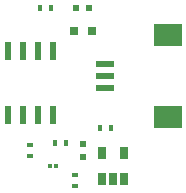
<source format=gts>
G04 #@! TF.FileFunction,Soldermask,Top*
%FSLAX46Y46*%
G04 Gerber Fmt 4.6, Leading zero omitted, Abs format (unit mm)*
G04 Created by KiCad (PCBNEW 4.0.1-3.201512221402+6198~38~ubuntu14.04.1-stable) date Sun Jan  3 21:03:05 2016*
%MOMM*%
G01*
G04 APERTURE LIST*
%ADD10C,0.150000*%
%ADD11R,0.300000X0.350000*%
%ADD12R,0.500000X0.600000*%
%ADD13R,0.600000X0.500000*%
%ADD14R,0.800000X0.750000*%
%ADD15R,2.400000X1.900000*%
%ADD16R,1.640000X0.600000*%
%ADD17R,0.600000X0.400000*%
%ADD18R,0.400000X0.600000*%
%ADD19R,0.650000X1.060000*%
%ADD20R,0.600000X1.550000*%
G04 APERTURE END LIST*
D10*
D11*
X97515000Y-57785000D03*
X98065000Y-57785000D03*
D12*
X100330000Y-55965000D03*
X100330000Y-57065000D03*
D13*
X99780000Y-44450000D03*
X100880000Y-44450000D03*
D14*
X99580000Y-46355000D03*
X101080000Y-46355000D03*
D15*
X107525000Y-53625000D03*
D16*
X102235000Y-51165000D03*
X102235000Y-50165000D03*
X102235000Y-49165000D03*
D15*
X107525000Y-46705000D03*
D17*
X99695000Y-58605000D03*
X99695000Y-59505000D03*
D18*
X97975000Y-55880000D03*
X98875000Y-55880000D03*
D17*
X95885000Y-56065000D03*
X95885000Y-56965000D03*
D18*
X102685000Y-54610000D03*
X101785000Y-54610000D03*
X96705000Y-44450000D03*
X97605000Y-44450000D03*
D19*
X101920000Y-58885000D03*
X102870000Y-58885000D03*
X103820000Y-58885000D03*
X103820000Y-56685000D03*
X101920000Y-56685000D03*
D20*
X93980000Y-53500000D03*
X95250000Y-53500000D03*
X96520000Y-53500000D03*
X97790000Y-53500000D03*
X97790000Y-48100000D03*
X96520000Y-48100000D03*
X95250000Y-48100000D03*
X93980000Y-48100000D03*
M02*

</source>
